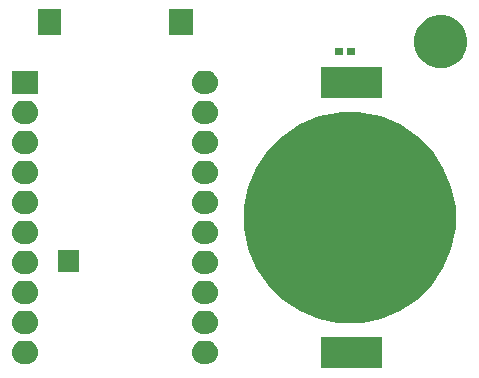
<source format=gbr>
G04 #@! TF.GenerationSoftware,KiCad,Pcbnew,(5.1.5)-3*
G04 #@! TF.CreationDate,2020-04-24T14:35:50-04:00*
G04 #@! TF.ProjectId,CR2025_Nordic,43523230-3235-45f4-9e6f-726469632e6b,rev?*
G04 #@! TF.SameCoordinates,Original*
G04 #@! TF.FileFunction,Soldermask,Bot*
G04 #@! TF.FilePolarity,Negative*
%FSLAX46Y46*%
G04 Gerber Fmt 4.6, Leading zero omitted, Abs format (unit mm)*
G04 Created by KiCad (PCBNEW (5.1.5)-3) date 2020-04-24 14:35:50*
%MOMM*%
%LPD*%
G04 APERTURE LIST*
%ADD10C,0.100000*%
G04 APERTURE END LIST*
D10*
G36*
X157018000Y-103351000D02*
G01*
X151836000Y-103351000D01*
X151836000Y-100709000D01*
X157018000Y-100709000D01*
X157018000Y-103351000D01*
G37*
G36*
X142303028Y-101007183D02*
G01*
X142491722Y-101064423D01*
X142665615Y-101157371D01*
X142818039Y-101282461D01*
X142943129Y-101434885D01*
X143036077Y-101608778D01*
X143093317Y-101797472D01*
X143112643Y-101993700D01*
X143093317Y-102189928D01*
X143036077Y-102378622D01*
X142943129Y-102552515D01*
X142818039Y-102704939D01*
X142665615Y-102830029D01*
X142491722Y-102922977D01*
X142303028Y-102980217D01*
X142155975Y-102994700D01*
X141857625Y-102994700D01*
X141710572Y-102980217D01*
X141521878Y-102922977D01*
X141347985Y-102830029D01*
X141195561Y-102704939D01*
X141070471Y-102552515D01*
X140977523Y-102378622D01*
X140920283Y-102189928D01*
X140900957Y-101993700D01*
X140920283Y-101797472D01*
X140977523Y-101608778D01*
X141070471Y-101434885D01*
X141195561Y-101282461D01*
X141347985Y-101157371D01*
X141521878Y-101064423D01*
X141710572Y-101007183D01*
X141857625Y-100992700D01*
X142155975Y-100992700D01*
X142303028Y-101007183D01*
G37*
G36*
X127093028Y-101007183D02*
G01*
X127281722Y-101064423D01*
X127455615Y-101157371D01*
X127608039Y-101282461D01*
X127733129Y-101434885D01*
X127826077Y-101608778D01*
X127883317Y-101797472D01*
X127902643Y-101993700D01*
X127883317Y-102189928D01*
X127826077Y-102378622D01*
X127733129Y-102552515D01*
X127608039Y-102704939D01*
X127455615Y-102830029D01*
X127281722Y-102922977D01*
X127093028Y-102980217D01*
X126945975Y-102994700D01*
X126647625Y-102994700D01*
X126500572Y-102980217D01*
X126311878Y-102922977D01*
X126137985Y-102830029D01*
X125985561Y-102704939D01*
X125860471Y-102552515D01*
X125767523Y-102378622D01*
X125710283Y-102189928D01*
X125690957Y-101993700D01*
X125710283Y-101797472D01*
X125767523Y-101608778D01*
X125860471Y-101434885D01*
X125985561Y-101282461D01*
X126137985Y-101157371D01*
X126311878Y-101064423D01*
X126500572Y-101007183D01*
X126647625Y-100992700D01*
X126945975Y-100992700D01*
X127093028Y-101007183D01*
G37*
G36*
X142303028Y-98467183D02*
G01*
X142491722Y-98524423D01*
X142665615Y-98617371D01*
X142818039Y-98742461D01*
X142943129Y-98894885D01*
X143036077Y-99068778D01*
X143093317Y-99257472D01*
X143112643Y-99453700D01*
X143093317Y-99649928D01*
X143036077Y-99838622D01*
X142943129Y-100012515D01*
X142818039Y-100164939D01*
X142665615Y-100290029D01*
X142491722Y-100382977D01*
X142303028Y-100440217D01*
X142155975Y-100454700D01*
X141857625Y-100454700D01*
X141710572Y-100440217D01*
X141521878Y-100382977D01*
X141347985Y-100290029D01*
X141195561Y-100164939D01*
X141070471Y-100012515D01*
X140977523Y-99838622D01*
X140920283Y-99649928D01*
X140900957Y-99453700D01*
X140920283Y-99257472D01*
X140977523Y-99068778D01*
X141070471Y-98894885D01*
X141195561Y-98742461D01*
X141347985Y-98617371D01*
X141521878Y-98524423D01*
X141710572Y-98467183D01*
X141857625Y-98452700D01*
X142155975Y-98452700D01*
X142303028Y-98467183D01*
G37*
G36*
X127093028Y-98467183D02*
G01*
X127281722Y-98524423D01*
X127455615Y-98617371D01*
X127608039Y-98742461D01*
X127733129Y-98894885D01*
X127826077Y-99068778D01*
X127883317Y-99257472D01*
X127902643Y-99453700D01*
X127883317Y-99649928D01*
X127826077Y-99838622D01*
X127733129Y-100012515D01*
X127608039Y-100164939D01*
X127455615Y-100290029D01*
X127281722Y-100382977D01*
X127093028Y-100440217D01*
X126945975Y-100454700D01*
X126647625Y-100454700D01*
X126500572Y-100440217D01*
X126311878Y-100382977D01*
X126137985Y-100290029D01*
X125985561Y-100164939D01*
X125860471Y-100012515D01*
X125767523Y-99838622D01*
X125710283Y-99649928D01*
X125690957Y-99453700D01*
X125710283Y-99257472D01*
X125767523Y-99068778D01*
X125860471Y-98894885D01*
X125985561Y-98742461D01*
X126137985Y-98617371D01*
X126311878Y-98524423D01*
X126500572Y-98467183D01*
X126647625Y-98452700D01*
X126945975Y-98452700D01*
X127093028Y-98467183D01*
G37*
G36*
X155395800Y-81701803D02*
G01*
X156907994Y-82002597D01*
X158535152Y-82676588D01*
X159999555Y-83655072D01*
X161244928Y-84900445D01*
X162223412Y-86364848D01*
X162897403Y-87992006D01*
X163241000Y-89719388D01*
X163241000Y-91480612D01*
X162897403Y-93207994D01*
X162223412Y-94835152D01*
X161244928Y-96299555D01*
X159999555Y-97544928D01*
X158535152Y-98523412D01*
X156907994Y-99197403D01*
X155395800Y-99498197D01*
X155180613Y-99541000D01*
X153419387Y-99541000D01*
X153204200Y-99498197D01*
X151692006Y-99197403D01*
X150064848Y-98523412D01*
X148600445Y-97544928D01*
X147355072Y-96299555D01*
X146376588Y-94835152D01*
X145702597Y-93207994D01*
X145359000Y-91480612D01*
X145359000Y-89719388D01*
X145702597Y-87992006D01*
X146376588Y-86364848D01*
X147355072Y-84900445D01*
X148600445Y-83655072D01*
X150064848Y-82676588D01*
X151692006Y-82002597D01*
X153204200Y-81701803D01*
X153419387Y-81659000D01*
X155180613Y-81659000D01*
X155395800Y-81701803D01*
G37*
G36*
X142303028Y-95927183D02*
G01*
X142491722Y-95984423D01*
X142665615Y-96077371D01*
X142818039Y-96202461D01*
X142943129Y-96354885D01*
X143036077Y-96528778D01*
X143093317Y-96717472D01*
X143112643Y-96913700D01*
X143093317Y-97109928D01*
X143036077Y-97298622D01*
X142943129Y-97472515D01*
X142818039Y-97624939D01*
X142665615Y-97750029D01*
X142491722Y-97842977D01*
X142303028Y-97900217D01*
X142155975Y-97914700D01*
X141857625Y-97914700D01*
X141710572Y-97900217D01*
X141521878Y-97842977D01*
X141347985Y-97750029D01*
X141195561Y-97624939D01*
X141070471Y-97472515D01*
X140977523Y-97298622D01*
X140920283Y-97109928D01*
X140900957Y-96913700D01*
X140920283Y-96717472D01*
X140977523Y-96528778D01*
X141070471Y-96354885D01*
X141195561Y-96202461D01*
X141347985Y-96077371D01*
X141521878Y-95984423D01*
X141710572Y-95927183D01*
X141857625Y-95912700D01*
X142155975Y-95912700D01*
X142303028Y-95927183D01*
G37*
G36*
X127093028Y-95927183D02*
G01*
X127281722Y-95984423D01*
X127455615Y-96077371D01*
X127608039Y-96202461D01*
X127733129Y-96354885D01*
X127826077Y-96528778D01*
X127883317Y-96717472D01*
X127902643Y-96913700D01*
X127883317Y-97109928D01*
X127826077Y-97298622D01*
X127733129Y-97472515D01*
X127608039Y-97624939D01*
X127455615Y-97750029D01*
X127281722Y-97842977D01*
X127093028Y-97900217D01*
X126945975Y-97914700D01*
X126647625Y-97914700D01*
X126500572Y-97900217D01*
X126311878Y-97842977D01*
X126137985Y-97750029D01*
X125985561Y-97624939D01*
X125860471Y-97472515D01*
X125767523Y-97298622D01*
X125710283Y-97109928D01*
X125690957Y-96913700D01*
X125710283Y-96717472D01*
X125767523Y-96528778D01*
X125860471Y-96354885D01*
X125985561Y-96202461D01*
X126137985Y-96077371D01*
X126311878Y-95984423D01*
X126500572Y-95927183D01*
X126647625Y-95912700D01*
X126945975Y-95912700D01*
X127093028Y-95927183D01*
G37*
G36*
X142303028Y-93387183D02*
G01*
X142491722Y-93444423D01*
X142665615Y-93537371D01*
X142818039Y-93662461D01*
X142943129Y-93814885D01*
X143036077Y-93988778D01*
X143093317Y-94177472D01*
X143112643Y-94373700D01*
X143093317Y-94569928D01*
X143036077Y-94758622D01*
X142943129Y-94932515D01*
X142818039Y-95084939D01*
X142665615Y-95210029D01*
X142491722Y-95302977D01*
X142303028Y-95360217D01*
X142155975Y-95374700D01*
X141857625Y-95374700D01*
X141710572Y-95360217D01*
X141521878Y-95302977D01*
X141347985Y-95210029D01*
X141195561Y-95084939D01*
X141070471Y-94932515D01*
X140977523Y-94758622D01*
X140920283Y-94569928D01*
X140900957Y-94373700D01*
X140920283Y-94177472D01*
X140977523Y-93988778D01*
X141070471Y-93814885D01*
X141195561Y-93662461D01*
X141347985Y-93537371D01*
X141521878Y-93444423D01*
X141710572Y-93387183D01*
X141857625Y-93372700D01*
X142155975Y-93372700D01*
X142303028Y-93387183D01*
G37*
G36*
X127093028Y-93387183D02*
G01*
X127281722Y-93444423D01*
X127455615Y-93537371D01*
X127608039Y-93662461D01*
X127733129Y-93814885D01*
X127826077Y-93988778D01*
X127883317Y-94177472D01*
X127902643Y-94373700D01*
X127883317Y-94569928D01*
X127826077Y-94758622D01*
X127733129Y-94932515D01*
X127608039Y-95084939D01*
X127455615Y-95210029D01*
X127281722Y-95302977D01*
X127093028Y-95360217D01*
X126945975Y-95374700D01*
X126647625Y-95374700D01*
X126500572Y-95360217D01*
X126311878Y-95302977D01*
X126137985Y-95210029D01*
X125985561Y-95084939D01*
X125860471Y-94932515D01*
X125767523Y-94758622D01*
X125710283Y-94569928D01*
X125690957Y-94373700D01*
X125710283Y-94177472D01*
X125767523Y-93988778D01*
X125860471Y-93814885D01*
X125985561Y-93662461D01*
X126137985Y-93537371D01*
X126311878Y-93444423D01*
X126500572Y-93387183D01*
X126647625Y-93372700D01*
X126945975Y-93372700D01*
X127093028Y-93387183D01*
G37*
G36*
X131355400Y-95147700D02*
G01*
X129553400Y-95147700D01*
X129553400Y-93345700D01*
X131355400Y-93345700D01*
X131355400Y-95147700D01*
G37*
G36*
X142303028Y-90847183D02*
G01*
X142491722Y-90904423D01*
X142665615Y-90997371D01*
X142818039Y-91122461D01*
X142943129Y-91274885D01*
X143036077Y-91448778D01*
X143093317Y-91637472D01*
X143112643Y-91833700D01*
X143093317Y-92029928D01*
X143036077Y-92218622D01*
X142943129Y-92392515D01*
X142818039Y-92544939D01*
X142665615Y-92670029D01*
X142491722Y-92762977D01*
X142303028Y-92820217D01*
X142155975Y-92834700D01*
X141857625Y-92834700D01*
X141710572Y-92820217D01*
X141521878Y-92762977D01*
X141347985Y-92670029D01*
X141195561Y-92544939D01*
X141070471Y-92392515D01*
X140977523Y-92218622D01*
X140920283Y-92029928D01*
X140900957Y-91833700D01*
X140920283Y-91637472D01*
X140977523Y-91448778D01*
X141070471Y-91274885D01*
X141195561Y-91122461D01*
X141347985Y-90997371D01*
X141521878Y-90904423D01*
X141710572Y-90847183D01*
X141857625Y-90832700D01*
X142155975Y-90832700D01*
X142303028Y-90847183D01*
G37*
G36*
X127093028Y-90847183D02*
G01*
X127281722Y-90904423D01*
X127455615Y-90997371D01*
X127608039Y-91122461D01*
X127733129Y-91274885D01*
X127826077Y-91448778D01*
X127883317Y-91637472D01*
X127902643Y-91833700D01*
X127883317Y-92029928D01*
X127826077Y-92218622D01*
X127733129Y-92392515D01*
X127608039Y-92544939D01*
X127455615Y-92670029D01*
X127281722Y-92762977D01*
X127093028Y-92820217D01*
X126945975Y-92834700D01*
X126647625Y-92834700D01*
X126500572Y-92820217D01*
X126311878Y-92762977D01*
X126137985Y-92670029D01*
X125985561Y-92544939D01*
X125860471Y-92392515D01*
X125767523Y-92218622D01*
X125710283Y-92029928D01*
X125690957Y-91833700D01*
X125710283Y-91637472D01*
X125767523Y-91448778D01*
X125860471Y-91274885D01*
X125985561Y-91122461D01*
X126137985Y-90997371D01*
X126311878Y-90904423D01*
X126500572Y-90847183D01*
X126647625Y-90832700D01*
X126945975Y-90832700D01*
X127093028Y-90847183D01*
G37*
G36*
X142303028Y-88307183D02*
G01*
X142491722Y-88364423D01*
X142665615Y-88457371D01*
X142818039Y-88582461D01*
X142943129Y-88734885D01*
X143036077Y-88908778D01*
X143093317Y-89097472D01*
X143112643Y-89293700D01*
X143093317Y-89489928D01*
X143036077Y-89678622D01*
X142943129Y-89852515D01*
X142818039Y-90004939D01*
X142665615Y-90130029D01*
X142491722Y-90222977D01*
X142303028Y-90280217D01*
X142155975Y-90294700D01*
X141857625Y-90294700D01*
X141710572Y-90280217D01*
X141521878Y-90222977D01*
X141347985Y-90130029D01*
X141195561Y-90004939D01*
X141070471Y-89852515D01*
X140977523Y-89678622D01*
X140920283Y-89489928D01*
X140900957Y-89293700D01*
X140920283Y-89097472D01*
X140977523Y-88908778D01*
X141070471Y-88734885D01*
X141195561Y-88582461D01*
X141347985Y-88457371D01*
X141521878Y-88364423D01*
X141710572Y-88307183D01*
X141857625Y-88292700D01*
X142155975Y-88292700D01*
X142303028Y-88307183D01*
G37*
G36*
X127093028Y-88307183D02*
G01*
X127281722Y-88364423D01*
X127455615Y-88457371D01*
X127608039Y-88582461D01*
X127733129Y-88734885D01*
X127826077Y-88908778D01*
X127883317Y-89097472D01*
X127902643Y-89293700D01*
X127883317Y-89489928D01*
X127826077Y-89678622D01*
X127733129Y-89852515D01*
X127608039Y-90004939D01*
X127455615Y-90130029D01*
X127281722Y-90222977D01*
X127093028Y-90280217D01*
X126945975Y-90294700D01*
X126647625Y-90294700D01*
X126500572Y-90280217D01*
X126311878Y-90222977D01*
X126137985Y-90130029D01*
X125985561Y-90004939D01*
X125860471Y-89852515D01*
X125767523Y-89678622D01*
X125710283Y-89489928D01*
X125690957Y-89293700D01*
X125710283Y-89097472D01*
X125767523Y-88908778D01*
X125860471Y-88734885D01*
X125985561Y-88582461D01*
X126137985Y-88457371D01*
X126311878Y-88364423D01*
X126500572Y-88307183D01*
X126647625Y-88292700D01*
X126945975Y-88292700D01*
X127093028Y-88307183D01*
G37*
G36*
X127093028Y-85767183D02*
G01*
X127281722Y-85824423D01*
X127455615Y-85917371D01*
X127608039Y-86042461D01*
X127733129Y-86194885D01*
X127826077Y-86368778D01*
X127883317Y-86557472D01*
X127902643Y-86753700D01*
X127883317Y-86949928D01*
X127826077Y-87138622D01*
X127733129Y-87312515D01*
X127608039Y-87464939D01*
X127455615Y-87590029D01*
X127281722Y-87682977D01*
X127093028Y-87740217D01*
X126945975Y-87754700D01*
X126647625Y-87754700D01*
X126500572Y-87740217D01*
X126311878Y-87682977D01*
X126137985Y-87590029D01*
X125985561Y-87464939D01*
X125860471Y-87312515D01*
X125767523Y-87138622D01*
X125710283Y-86949928D01*
X125690957Y-86753700D01*
X125710283Y-86557472D01*
X125767523Y-86368778D01*
X125860471Y-86194885D01*
X125985561Y-86042461D01*
X126137985Y-85917371D01*
X126311878Y-85824423D01*
X126500572Y-85767183D01*
X126647625Y-85752700D01*
X126945975Y-85752700D01*
X127093028Y-85767183D01*
G37*
G36*
X142303028Y-85767183D02*
G01*
X142491722Y-85824423D01*
X142665615Y-85917371D01*
X142818039Y-86042461D01*
X142943129Y-86194885D01*
X143036077Y-86368778D01*
X143093317Y-86557472D01*
X143112643Y-86753700D01*
X143093317Y-86949928D01*
X143036077Y-87138622D01*
X142943129Y-87312515D01*
X142818039Y-87464939D01*
X142665615Y-87590029D01*
X142491722Y-87682977D01*
X142303028Y-87740217D01*
X142155975Y-87754700D01*
X141857625Y-87754700D01*
X141710572Y-87740217D01*
X141521878Y-87682977D01*
X141347985Y-87590029D01*
X141195561Y-87464939D01*
X141070471Y-87312515D01*
X140977523Y-87138622D01*
X140920283Y-86949928D01*
X140900957Y-86753700D01*
X140920283Y-86557472D01*
X140977523Y-86368778D01*
X141070471Y-86194885D01*
X141195561Y-86042461D01*
X141347985Y-85917371D01*
X141521878Y-85824423D01*
X141710572Y-85767183D01*
X141857625Y-85752700D01*
X142155975Y-85752700D01*
X142303028Y-85767183D01*
G37*
G36*
X127093028Y-83227183D02*
G01*
X127281722Y-83284423D01*
X127455615Y-83377371D01*
X127608039Y-83502461D01*
X127733129Y-83654885D01*
X127826077Y-83828778D01*
X127883317Y-84017472D01*
X127902643Y-84213700D01*
X127883317Y-84409928D01*
X127826077Y-84598622D01*
X127733129Y-84772515D01*
X127608039Y-84924939D01*
X127455615Y-85050029D01*
X127281722Y-85142977D01*
X127093028Y-85200217D01*
X126945975Y-85214700D01*
X126647625Y-85214700D01*
X126500572Y-85200217D01*
X126311878Y-85142977D01*
X126137985Y-85050029D01*
X125985561Y-84924939D01*
X125860471Y-84772515D01*
X125767523Y-84598622D01*
X125710283Y-84409928D01*
X125690957Y-84213700D01*
X125710283Y-84017472D01*
X125767523Y-83828778D01*
X125860471Y-83654885D01*
X125985561Y-83502461D01*
X126137985Y-83377371D01*
X126311878Y-83284423D01*
X126500572Y-83227183D01*
X126647625Y-83212700D01*
X126945975Y-83212700D01*
X127093028Y-83227183D01*
G37*
G36*
X142303028Y-83227183D02*
G01*
X142491722Y-83284423D01*
X142665615Y-83377371D01*
X142818039Y-83502461D01*
X142943129Y-83654885D01*
X143036077Y-83828778D01*
X143093317Y-84017472D01*
X143112643Y-84213700D01*
X143093317Y-84409928D01*
X143036077Y-84598622D01*
X142943129Y-84772515D01*
X142818039Y-84924939D01*
X142665615Y-85050029D01*
X142491722Y-85142977D01*
X142303028Y-85200217D01*
X142155975Y-85214700D01*
X141857625Y-85214700D01*
X141710572Y-85200217D01*
X141521878Y-85142977D01*
X141347985Y-85050029D01*
X141195561Y-84924939D01*
X141070471Y-84772515D01*
X140977523Y-84598622D01*
X140920283Y-84409928D01*
X140900957Y-84213700D01*
X140920283Y-84017472D01*
X140977523Y-83828778D01*
X141070471Y-83654885D01*
X141195561Y-83502461D01*
X141347985Y-83377371D01*
X141521878Y-83284423D01*
X141710572Y-83227183D01*
X141857625Y-83212700D01*
X142155975Y-83212700D01*
X142303028Y-83227183D01*
G37*
G36*
X127093028Y-80687183D02*
G01*
X127281722Y-80744423D01*
X127455615Y-80837371D01*
X127608039Y-80962461D01*
X127733129Y-81114885D01*
X127826077Y-81288778D01*
X127883317Y-81477472D01*
X127902643Y-81673700D01*
X127883317Y-81869928D01*
X127826077Y-82058622D01*
X127733129Y-82232515D01*
X127608039Y-82384939D01*
X127455615Y-82510029D01*
X127281722Y-82602977D01*
X127093028Y-82660217D01*
X126945975Y-82674700D01*
X126647625Y-82674700D01*
X126500572Y-82660217D01*
X126311878Y-82602977D01*
X126137985Y-82510029D01*
X125985561Y-82384939D01*
X125860471Y-82232515D01*
X125767523Y-82058622D01*
X125710283Y-81869928D01*
X125690957Y-81673700D01*
X125710283Y-81477472D01*
X125767523Y-81288778D01*
X125860471Y-81114885D01*
X125985561Y-80962461D01*
X126137985Y-80837371D01*
X126311878Y-80744423D01*
X126500572Y-80687183D01*
X126647625Y-80672700D01*
X126945975Y-80672700D01*
X127093028Y-80687183D01*
G37*
G36*
X142303028Y-80687183D02*
G01*
X142491722Y-80744423D01*
X142665615Y-80837371D01*
X142818039Y-80962461D01*
X142943129Y-81114885D01*
X143036077Y-81288778D01*
X143093317Y-81477472D01*
X143112643Y-81673700D01*
X143093317Y-81869928D01*
X143036077Y-82058622D01*
X142943129Y-82232515D01*
X142818039Y-82384939D01*
X142665615Y-82510029D01*
X142491722Y-82602977D01*
X142303028Y-82660217D01*
X142155975Y-82674700D01*
X141857625Y-82674700D01*
X141710572Y-82660217D01*
X141521878Y-82602977D01*
X141347985Y-82510029D01*
X141195561Y-82384939D01*
X141070471Y-82232515D01*
X140977523Y-82058622D01*
X140920283Y-81869928D01*
X140900957Y-81673700D01*
X140920283Y-81477472D01*
X140977523Y-81288778D01*
X141070471Y-81114885D01*
X141195561Y-80962461D01*
X141347985Y-80837371D01*
X141521878Y-80744423D01*
X141710572Y-80687183D01*
X141857625Y-80672700D01*
X142155975Y-80672700D01*
X142303028Y-80687183D01*
G37*
G36*
X157018000Y-80491000D02*
G01*
X151836000Y-80491000D01*
X151836000Y-77849000D01*
X157018000Y-77849000D01*
X157018000Y-80491000D01*
G37*
G36*
X142303028Y-78147183D02*
G01*
X142491722Y-78204423D01*
X142665615Y-78297371D01*
X142818039Y-78422461D01*
X142943129Y-78574885D01*
X143036077Y-78748778D01*
X143093317Y-78937472D01*
X143112643Y-79133700D01*
X143093317Y-79329928D01*
X143036077Y-79518622D01*
X142943129Y-79692515D01*
X142818039Y-79844939D01*
X142665615Y-79970029D01*
X142491722Y-80062977D01*
X142303028Y-80120217D01*
X142155975Y-80134700D01*
X141857625Y-80134700D01*
X141710572Y-80120217D01*
X141521878Y-80062977D01*
X141347985Y-79970029D01*
X141195561Y-79844939D01*
X141070471Y-79692515D01*
X140977523Y-79518622D01*
X140920283Y-79329928D01*
X140900957Y-79133700D01*
X140920283Y-78937472D01*
X140977523Y-78748778D01*
X141070471Y-78574885D01*
X141195561Y-78422461D01*
X141347985Y-78297371D01*
X141521878Y-78204423D01*
X141710572Y-78147183D01*
X141857625Y-78132700D01*
X142155975Y-78132700D01*
X142303028Y-78147183D01*
G37*
G36*
X127897800Y-80134700D02*
G01*
X125695800Y-80134700D01*
X125695800Y-78132700D01*
X127897800Y-78132700D01*
X127897800Y-80134700D01*
G37*
G36*
X162275880Y-73459776D02*
G01*
X162656593Y-73535504D01*
X163066249Y-73705189D01*
X163434929Y-73951534D01*
X163748466Y-74265071D01*
X163994811Y-74633751D01*
X164164496Y-75043407D01*
X164251000Y-75478296D01*
X164251000Y-75921704D01*
X164164496Y-76356593D01*
X163994811Y-76766249D01*
X163748466Y-77134929D01*
X163434929Y-77448466D01*
X163066249Y-77694811D01*
X162656593Y-77864496D01*
X162275880Y-77940224D01*
X162221705Y-77951000D01*
X161778295Y-77951000D01*
X161724120Y-77940224D01*
X161343407Y-77864496D01*
X160933751Y-77694811D01*
X160565071Y-77448466D01*
X160251534Y-77134929D01*
X160005189Y-76766249D01*
X159835504Y-76356593D01*
X159749000Y-75921704D01*
X159749000Y-75478296D01*
X159835504Y-75043407D01*
X160005189Y-74633751D01*
X160251534Y-74265071D01*
X160565071Y-73951534D01*
X160933751Y-73705189D01*
X161343407Y-73535504D01*
X161724120Y-73459776D01*
X161778295Y-73449000D01*
X162221705Y-73449000D01*
X162275880Y-73459776D01*
G37*
G36*
X154754297Y-76818499D02*
G01*
X154052299Y-76818499D01*
X154052299Y-76216501D01*
X154754297Y-76216501D01*
X154754297Y-76818499D01*
G37*
G36*
X153754299Y-76818499D02*
G01*
X153052301Y-76818499D01*
X153052301Y-76216501D01*
X153754299Y-76216501D01*
X153754299Y-76818499D01*
G37*
G36*
X140974800Y-75144700D02*
G01*
X138972800Y-75144700D01*
X138972800Y-72942700D01*
X140974800Y-72942700D01*
X140974800Y-75144700D01*
G37*
G36*
X129854800Y-75144700D02*
G01*
X127852800Y-75144700D01*
X127852800Y-72942700D01*
X129854800Y-72942700D01*
X129854800Y-75144700D01*
G37*
M02*

</source>
